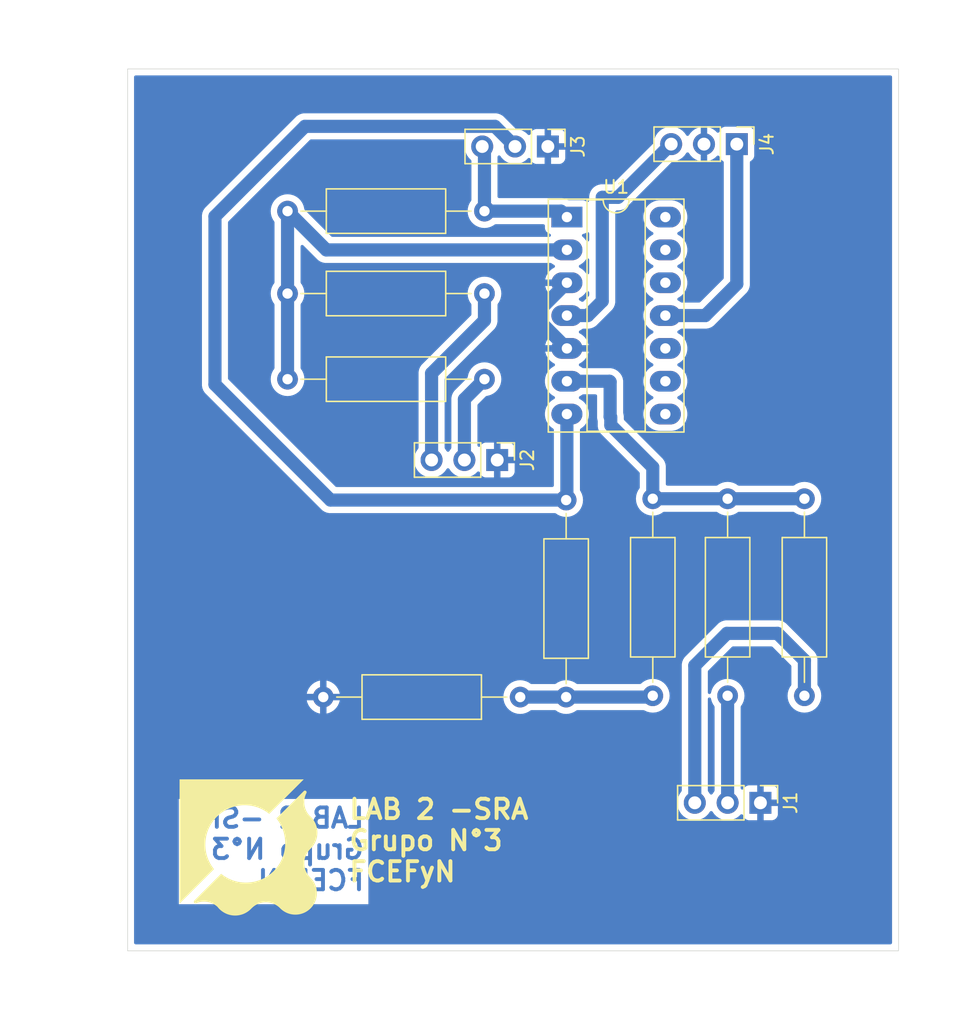
<source format=kicad_pcb>
(kicad_pcb (version 20240108) (generator "pcbnew") (generator_version "8.0")
  (layers (0 "F.Cu" signal) (31 "B.Cu" signal) (34 "B.Paste" user) (35 "F.Paste" user) (36 "B.SilkS" user "B.Silkscreen") (37 "F.SilkS" user "F.Silkscreen") (38 "B.Mask" user) (39 "F.Mask" user) (44 "Edge.Cuts" user))
  (net 0 "")
  (net 1 "GND")
  (net 2 "V1_B")
  (net 3 "V2_B")
  (net 4 "V2_A")
  (net 5 "V1_A")
  (net 6 "Vo_B")
  (net 7 "Vo_A")
  (net 8 "Net-(U1A--)")
  (net 9 "Net-(U1B--)")
  (net 10 "Net-(R6-Pad2)")
  (net 11 "VCC")
  (net 12 "VEE")
  (footprint "Resistor_THT:R_Axial_DIN0309_L9.0mm_D3.2mm_P15.24mm_Horizontal" (layer "F.Cu") (at 202.438 110.49 90)
    (property "Reference" "R5" (hide yes))
    (property "Value" "R" (hide yes))
    (fp_line (start 12.24 -1.72) (end 3 -1.72) (stroke (width 0.12)) (layer "F.SilkS"))
    (fp_line (start 3 -1.72) (end 3 1.72) (stroke (width 0.12)) (layer "F.SilkS"))
    (fp_line (start 14.2 0) (end 12.24 0) (stroke (width 0.12)) (layer "F.SilkS"))
    (fp_line (start 1.04 0) (end 3 0) (stroke (width 0.12)) (layer "F.SilkS"))
    (fp_line (start 12.24 1.72) (end 12.24 -1.72) (stroke (width 0.12)) (layer "F.SilkS"))
    (fp_line (start 3 1.72) (end 12.24 1.72) (stroke (width 0.12)) (layer "F.SilkS"))
    (pad "1" thru_hole circle (at 0 0 90) (size 1.6 1.6) (drill 0.8) (layers "*.Cu" "*.Mask") (net 3 "V2_B"))
    (pad "2" thru_hole oval (at 15.24 0 90) (size 1.6 1.6) (drill 0.8) (layers "*.Cu" "*.Mask") (net 9 "Net-(U1B--)"))
  )
  (footprint "Resistor_THT:R_Axial_DIN0309_L9.0mm_D3.2mm_P15.24mm_Horizontal" (layer "F.Cu") (at 168.38 73)
    (property "Reference" "R3" (hide yes))
    (property "Value" "15K" (hide yes))
    (fp_line (start 1.04 0) (end 3 0) (stroke (width 0.12)) (layer "F.SilkS"))
    (fp_line (start 3 -1.72) (end 3 1.72) (stroke (width 0.12)) (layer "F.SilkS"))
    (fp_line (start 3 1.72) (end 12.24 1.72) (stroke (width 0.12)) (layer "F.SilkS"))
    (fp_line (start 12.24 -1.72) (end 3 -1.72) (stroke (width 0.12)) (layer "F.SilkS"))
    (fp_line (start 12.24 1.72) (end 12.24 -1.72) (stroke (width 0.12)) (layer "F.SilkS"))
    (fp_line (start 14.2 0) (end 12.24 0) (stroke (width 0.12)) (layer "F.SilkS"))
    (pad "1" thru_hole circle (at 0 0) (size 1.6 1.6) (drill 0.8) (layers "*.Cu" "*.Mask") (net 8 "Net-(U1A--)"))
    (pad "2" thru_hole oval (at 15.24 0) (size 1.6 1.6) (drill 0.8) (layers "*.Cu" "*.Mask") (net 7 "Vo_A"))
  )
  (footprint "Resistor_THT:R_Axial_DIN0309_L9.0mm_D3.2mm_P15.24mm_Horizontal" (layer "F.Cu") (at 196.6468 95.25 -90)
    (property "Reference" "R6" (hide yes))
    (property "Value" "R" (hide yes))
    (fp_line (start 3 1.72) (end 12.24 1.72) (stroke (width 0.12)) (layer "F.SilkS"))
    (fp_line (start 12.24 1.72) (end 12.24 -1.72) (stroke (width 0.12)) (layer "F.SilkS"))
    (fp_line (start 1.04 0) (end 3 0) (stroke (width 0.12)) (layer "F.SilkS"))
    (fp_line (start 14.2 0) (end 12.24 0) (stroke (width 0.12)) (layer "F.SilkS"))
    (fp_line (start 3 -1.72) (end 3 1.72) (stroke (width 0.12)) (layer "F.SilkS"))
    (fp_line (start 12.24 -1.72) (end 3 -1.72) (stroke (width 0.12)) (layer "F.SilkS"))
    (pad "1" thru_hole circle (at 0 0 270) (size 1.6 1.6) (drill 0.8) (layers "*.Cu" "*.Mask") (net 9 "Net-(U1B--)"))
    (pad "2" thru_hole oval (at 15.24 0 270) (size 1.6 1.6) (drill 0.8) (layers "*.Cu" "*.Mask") (net 10 "Net-(R6-Pad2)"))
  )
  (footprint "Resistor_THT:R_Axial_DIN0309_L9.0mm_D3.2mm_P15.24mm_Horizontal" (layer "F.Cu") (at 189.9412 110.5916 90)
    (property "Reference" "R8" (hide yes))
    (property "Value" "R" (hide yes))
    (fp_line (start 12.24 -1.72) (end 3 -1.72) (stroke (width 0.12)) (layer "F.SilkS"))
    (fp_line (start 3 -1.72) (end 3 1.72) (stroke (width 0.12)) (layer "F.SilkS"))
    (fp_line (start 14.2 0) (end 12.24 0) (stroke (width 0.12)) (layer "F.SilkS"))
    (fp_line (start 1.04 0) (end 3 0) (stroke (width 0.12)) (layer "F.SilkS"))
    (fp_line (start 12.24 1.72) (end 12.24 -1.72) (stroke (width 0.12)) (layer "F.SilkS"))
    (fp_line (start 3 1.72) (end 12.24 1.72) (stroke (width 0.12)) (layer "F.SilkS"))
    (pad "1" thru_hole circle (at 0 0 90) (size 1.6 1.6) (drill 0.8) (layers "*.Cu" "*.Mask") (net 10 "Net-(R6-Pad2)"))
    (pad "2" thru_hole oval (at 15.24 0 90) (size 1.6 1.6) (drill 0.8) (layers "*.Cu" "*.Mask") (net 6 "Vo_B"))
  )
  (footprint "Resistor_THT:R_Axial_DIN0309_L9.0mm_D3.2mm_P15.24mm_Horizontal" (layer "F.Cu") (at 183.62 79.375 180)
    (property "Reference" "R1" (hide yes))
    (property "Value" "500" (hide yes))
    (fp_line (start 14.2 0) (end 12.24 0) (stroke (width 0.12)) (layer "F.SilkS"))
    (fp_line (start 12.24 1.72) (end 12.24 -1.72) (stroke (width 0.12)) (layer "F.SilkS"))
    (fp_line (start 12.24 -1.72) (end 3 -1.72) (stroke (width 0.12)) (layer "F.SilkS"))
    (fp_line (start 3 1.72) (end 12.24 1.72) (stroke (width 0.12)) (layer "F.SilkS"))
    (fp_line (start 3 -1.72) (end 3 1.72) (stroke (width 0.12)) (layer "F.SilkS"))
    (fp_line (start 1.04 0) (end 3 0) (stroke (width 0.12)) (layer "F.SilkS"))
    (pad "1" thru_hole circle (at 0 0 180) (size 1.6 1.6) (drill 0.8) (layers "*.Cu" "*.Mask") (net 5 "V1_A"))
    (pad "2" thru_hole oval (at 15.24 0 180) (size 1.6 1.6) (drill 0.8) (layers "*.Cu" "*.Mask") (net 8 "Net-(U1A--)"))
  )
  (footprint "Connector_PinHeader_2.54mm:PinHeader_1x03_P2.54mm_Vertical" (layer "F.Cu") (at 204.978 118.7704 -90)
    (property "Reference" "J1" (at 0 -2.33 90) (layer "F.SilkS"))
    (property "Value" "Conn_01x03" (hide yes))
    (fp_line (start -1.33 6.41) (end 1.33 6.41) (stroke (width 0.12)) (layer "F.SilkS"))
    (fp_line (start -1.33 1.27) (end -1.33 6.41) (stroke (width 0.12)) (layer "F.SilkS"))
    (fp_line (start -1.33 1.27) (end 1.33 1.27) (stroke (width 0.12)) (layer "F.SilkS"))
    (fp_line (start 1.33 1.27) (end 1.33 6.41) (stroke (width 0.12)) (layer "F.SilkS"))
    (fp_line (start -1.33 0) (end -1.33 -1.33) (stroke (width 0.12)) (layer "F.SilkS"))
    (fp_line (start -1.33 -1.33) (end 0 -1.33) (stroke (width 0.12)) (layer "F.SilkS"))
    (pad "1" thru_hole rect (at 0 0 270) (size 1.7 1.7) (drill 1) (layers "*.Cu" "*.Mask") (net 1 "GND"))
    (pad "2" thru_hole oval (at 0 2.54 270) (size 1.7 1.7) (drill 1) (layers "*.Cu" "*.Mask") (net 3 "V2_B"))
    (pad "3" thru_hole oval (at 0 5.08 270) (size 1.7 1.7) (drill 1) (layers "*.Cu" "*.Mask") (net 2 "V1_B"))
  )
  (footprint "Connector_PinHeader_2.54mm:PinHeader_1x03_P2.54mm_Vertical" (layer "F.Cu") (at 188.525 68 -90)
    (property "Reference" "J3" (at 0 -2.33 90) (layer "F.SilkS"))
    (property "Value" "Conn_01x03" (hide yes))
    (fp_line (start -1.33 6.41) (end 1.33 6.41) (stroke (width 0.12)) (layer "F.SilkS"))
    (fp_line (start -1.33 1.27) (end -1.33 6.41) (stroke (width 0.12)) (layer "F.SilkS"))
    (fp_line (start -1.33 1.27) (end 1.33 1.27) (stroke (width 0.12)) (layer "F.SilkS"))
    (fp_line (start 1.33 1.27) (end 1.33 6.41) (stroke (width 0.12)) (layer "F.SilkS"))
    (fp_line (start -1.33 0) (end -1.33 -1.33) (stroke (width 0.12)) (layer "F.SilkS"))
    (fp_line (start -1.33 -1.33) (end 0 -1.33) (stroke (width 0.12)) (layer "F.SilkS"))
    (pad "1" thru_hole rect (at 0 0 270) (size 1.7 1.7) (drill 1) (layers "*.Cu" "*.Mask") (net 1 "GND"))
    (pad "2" thru_hole oval (at 0 2.54 270) (size 1.7 1.7) (drill 1) (layers "*.Cu" "*.Mask") (net 6 "Vo_B"))
    (pad "3" thru_hole oval (at 0 5.08 270) (size 1.7 1.7) (drill 1) (layers "*.Cu" "*.Mask") (net 7 "Vo_A"))
  )
  (footprint "Resistor_THT:R_Axial_DIN0309_L9.0mm_D3.2mm_P15.24mm_Horizontal" (layer "F.Cu") (at 208.3816 110.49 90)
    (property "Reference" "R4" (hide yes))
    (property "Value" "R" (hide yes))
    (fp_line (start 12.24 -1.72) (end 3 -1.72) (stroke (width 0.12)) (layer "F.SilkS"))
    (fp_line (start 3 -1.72) (end 3 1.72) (stroke (width 0.12)) (layer "F.SilkS"))
    (fp_line (start 14.2 0) (end 12.24 0) (stroke (width 0.12)) (layer "F.SilkS"))
    (fp_line (start 1.04 0) (end 3 0) (stroke (width 0.12)) (layer "F.SilkS"))
    (fp_line (start 12.24 1.72) (end 12.24 -1.72) (stroke (width 0.12)) (layer "F.SilkS"))
    (fp_line (start 3 1.72) (end 12.24 1.72) (stroke (width 0.12)) (layer "F.SilkS"))
    (pad "1" thru_hole circle (at 0 0 90) (size 1.6 1.6) (drill 0.8) (layers "*.Cu" "*.Mask") (net 2 "V1_B"))
    (pad "2" thru_hole oval (at 15.24 0 90) (size 1.6 1.6) (drill 0.8) (layers "*.Cu" "*.Mask") (net 9 "Net-(U1B--)"))
  )
  (footprint "Package_DIP:DIP-14_W7.62mm_Socket_LongPads" (layer "F.Cu") (at 190 73.46)
    (property "Reference" "U1" (at 3.81 -2.33 0) (layer "F.SilkS"))
    (property "Value" "LM324")
    (fp_line (start -1.44 -1.39) (end -1.44 16.63) (stroke (width 0.12)) (layer "F.SilkS"))
    (fp_line (start -1.44 16.63) (end 9.06 16.63) (stroke (width 0.12)) (layer "F.SilkS"))
    (fp_line (start 1.56 -1.33) (end 1.56 16.57) (stroke (width 0.12)) (layer "F.SilkS"))
    (fp_line (start 1.56 16.57) (end 6.06 16.57) (stroke (width 0.12)) (layer "F.SilkS"))
    (fp_line (start 2.81 -1.33) (end 1.56 -1.33) (stroke (width 0.12)) (layer "F.SilkS"))
    (fp_line (start 6.06 -1.33) (end 4.81 -1.33) (stroke (width 0.12)) (layer "F.SilkS"))
    (fp_line (start 6.06 16.57) (end 6.06 -1.33) (stroke (width 0.12)) (layer "F.SilkS"))
    (fp_line (start 9.06 -1.39) (end -1.44 -1.39) (stroke (width 0.12)) (layer "F.SilkS"))
    (fp_line (start 9.06 16.63) (end 9.06 -1.39) (stroke (width 0.12)) (layer "F.SilkS"))
    (fp_arc (start 4.81 -1.33) (mid 3.81 -0.33) (end 2.81 -1.33) (stroke (width 0.12)) (layer "F.SilkS"))
    (pad "1" thru_hole rect (at 0 0) (size 2.4 1.6) (drill 0.8) (layers "*.Cu" "*.Mask") (net 7 "Vo_A"))
    (pad "2" thru_hole oval (at 0 2.54) (size 2.4 1.6) (drill 0.8) (layers "*.Cu" "*.Mask") (net 8 "Net-(U1A--)"))
    (pad "3" thru_hole oval (at 0 5.08) (size 2.4 1.6) (drill 0.8) (layers "*.Cu" "*.Mask") (net 1 "GND"))
    (pad "4" thru_hole oval (at 0 7.62) (size 2.4 1.6) (drill 0.8) (layers "*.Cu" "*.Mask") (net 11 "VCC"))
    (pad "5" thru_hole oval (at 0 10.16) (size 2.4 1.6) (drill 0.8) (layers "*.Cu" "*.Mask") (net 1 "GND"))
    (pad "6" thru_hole oval (at 0 12.7) (size 2.4 1.6) (drill 0.8) (layers "*.Cu" "*.Mask") (net 9 "Net-(U1B--)"))
    (pad "7" thru_hole oval (at 0 15.24) (size 2.4 1.6) (drill 0.8) (layers "*.Cu" "*.Mask") (net 6 "Vo_B"))
    (pad "8" thru_hole oval (at 7.62 15.24) (size 2.4 1.6) (drill 0.8) (layers "*.Cu" "*.Mask"))
    (pad "9" thru_hole oval (at 7.62 12.7) (size 2.4 1.6) (drill 0.8) (layers "*.Cu" "*.Mask"))
    (pad "10" thru_hole oval (at 7.62 10.16) (size 2.4 1.6) (drill 0.8) (layers "*.Cu" "*.Mask"))
    (pad "11" thru_hole oval (at 7.62 7.62) (size 2.4 1.6) (drill 0.8) (layers "*.Cu" "*.Mask") (net 12 "VEE"))
    (pad "12" thru_hole oval (at 7.62 5.08) (size 2.4 1.6) (drill 0.8) (layers "*.Cu" "*.Mask"))
    (pad "13" thru_hole oval (at 7.62 2.54) (size 2.4 1.6) (drill 0.8) (layers "*.Cu" "*.Mask"))
    (pad "14" thru_hole oval (at 7.62 0) (size 2.4 1.6) (drill 0.8) (layers "*.Cu" "*.Mask"))
  )
  (footprint "Connector_PinHeader_2.54mm:PinHeader_1x03_P2.54mm_Vertical" (layer "F.Cu") (at 203.1492 67.818 -90)
    (property "Reference" "J4" (at 0 -2.33 90) (layer "F.SilkS"))
    (property "Value" "Conn_01x03" (hide yes))
    (fp_line (start -1.33 6.41) (end 1.33 6.41) (stroke (width 0.12)) (layer "F.SilkS"))
    (fp_line (start -1.33 1.27) (end -1.33 6.41) (stroke (width 0.12)) (layer "F.SilkS"))
    (fp_line (start -1.33 1.27) (end 1.33 1.27) (stroke (width 0.12)) (layer "F.SilkS"))
    (fp_line (start 1.33 1.27) (end 1.33 6.41) (stroke (width 0.12)) (layer "F.SilkS"))
    (fp_line (start -1.33 0) (end -1.33 -1.33) (stroke (width 0.12)) (layer "F.SilkS"))
    (fp_line (start -1.33 -1.33) (end 0 -1.33) (stroke (width 0.12)) (layer "F.SilkS"))
    (pad "1" thru_hole rect (at 0 0 270) (size 1.7 1.7) (drill 1) (layers "*.Cu" "*.Mask") (net 12 "VEE"))
    (pad "2" thru_hole oval (at 0 2.54 270) (size 1.7 1.7) (drill 1) (layers "*.Cu" "*.Mask") (net 1 "GND"))
    (pad "3" thru_hole oval (at 0 5.08 270) (size 1.7 1.7) (drill 1) (layers "*.Cu" "*.Mask") (net 11 "VCC"))
  )
  (footprint "Connector_PinHeader_2.54mm:PinHeader_1x03_P2.54mm_Vertical" (layer "F.Cu") (at 184.6072 92.2528 -90)
    (property "Reference" "J2" (at 0 -2.33 90) (layer "F.SilkS"))
    (property "Value" "Conn_01x03" (hide yes))
    (fp_line (start -1.33 6.41) (end 1.33 6.41) (stroke (width 0.12)) (layer "F.SilkS"))
    (fp_line (start -1.33 1.27) (end -1.33 6.41) (stroke (width 0.12)) (layer "F.SilkS"))
    (fp_line (start -1.33 1.27) (end 1.33 1.27) (stroke (width 0.12)) (layer "F.SilkS"))
    (fp_line (start 1.33 1.27) (end 1.33 6.41) (stroke (width 0.12)) (layer "F.SilkS"))
    (fp_line (start -1.33 0) (end -1.33 -1.33) (stroke (width 0.12)) (layer "F.SilkS"))
    (fp_line (start -1.33 -1.33) (end 0 -1.33) (stroke (width 0.12)) (layer "F.SilkS"))
    (pad "1" thru_hole rect (at 0 0 270) (size 1.7 1.7) (drill 1) (layers "*.Cu" "*.Mask") (net 1 "GND"))
    (pad "2" thru_hole oval (at 0 2.54 270) (size 1.7 1.7) (drill 1) (layers "*.Cu" "*.Mask") (net 4 "V2_A"))
    (pad "3" thru_hole oval (at 0 5.08 270) (size 1.7 1.7) (drill 1) (layers "*.Cu" "*.Mask") (net 5 "V1_A"))
  )
  (footprint "Resistor_THT:R_Axial_DIN0309_L9.0mm_D3.2mm_P15.24mm_Horizontal" (layer "F.Cu") (at 186.3852 110.5916 180)
    (property "Reference" "R7" (hide yes))
    (property "Value" "R" (hide yes))
    (fp_line (start 14.2 0) (end 12.24 0) (stroke (width 0.12)) (layer "F.SilkS"))
    (fp_line (start 12.24 1.72) (end 12.24 -1.72) (stroke (width 0.12)) (layer "F.SilkS"))
    (fp_line (start 12.24 -1.72) (end 3 -1.72) (stroke (width 0.12)) (layer "F.SilkS"))
    (fp_line (start 3 1.72) (end 12.24 1.72) (stroke (width 0.12)) (layer "F.SilkS"))
    (fp_line (start 3 -1.72) (end 3 1.72) (stroke (width 0.12)) (layer "F.SilkS"))
    (fp_line (start 1.04 0) (end 3 0) (stroke (width 0.12)) (layer "F.SilkS"))
    (pad "1" thru_hole circle (at 0 0 180) (size 1.6 1.6) (drill 0.8) (layers "*.Cu" "*.Mask") (net 10 "Net-(R6-Pad2)"))
    (pad "2" thru_hole oval (at 15.24 0 180) (size 1.6 1.6) (drill 0.8) (layers "*.Cu" "*.Mask") (net 1 "GND"))
  )
  (footprint "Resistor_THT:R_Axial_DIN0309_L9.0mm_D3.2mm_P15.24mm_Horizontal" (layer "F.Cu") (at 183.62 86 180)
    (property "Reference" "R2" (hide yes))
    (property "Value" "500" (hide yes))
    (fp_line (start 14.2 0) (end 12.24 0) (stroke (width 0.12)) (layer "F.SilkS"))
    (fp_line (start 12.24 1.72) (end 12.24 -1.72) (stroke (width 0.12)) (layer "F.SilkS"))
    (fp_line (start 12.24 -1.72) (end 3 -1.72) (stroke (width 0.12)) (layer "F.SilkS"))
    (fp_line (start 3 1.72) (end 12.24 1.72) (stroke (width 0.12)) (layer "F.SilkS"))
    (fp_line (start 3 -1.72) (end 3 1.72) (stroke (width 0.12)) (layer "F.SilkS"))
    (fp_line (start 1.04 0) (end 3 0) (stroke (width 0.12)) (layer "F.SilkS"))
    (pad "1" thru_hole circle (at 0 0 180) (size 1.6 1.6) (drill 0.8) (layers "*.Cu" "*.Mask") (net 4 "V2_A"))
    (pad "2" thru_hole oval (at 15.24 0 180) (size 1.6 1.6) (drill 0.8) (layers "*.Cu" "*.Mask") (net 8 "Net-(U1A--)"))
  )
  (gr_poly (pts (xy 177.663101 118.070196) (xy 177.669801 118.070696) (xy 177.6763 118.071596) (xy 177.682801 118.072798) (xy 177.689101 118.074297) (xy 177.695401 118.076098) (xy 177.701401 118.078299) (xy 177.707401 118.080698) (xy 177.7132 118.083399) (xy 177.7188 118.086397) (xy 177.724201 118.089697) (xy 177.729501 118.093199) (xy 177.7346 118.096999) (xy 177.7395 118.100996) (xy 177.7442 118.105196) (xy 177.7487 118.109598) (xy 177.748901 118.109598) (xy 177.748901 118.109499) (xy 177.749 118.109499) (xy 177.749 118.109396) (xy 179.864101 120.224699) (xy 179.786401 120.324499) (xy 179.7128 120.427496) (xy 179.6434 120.533697) (xy 179.5784 120.642798) (xy 179.517801 120.754797) (xy 179.461901 120.869597) (xy 179.4106 120.986998) (xy 179.364301 121.106798) (xy 179.322901 121.229098) (xy 179.2866 121.353697) (xy 179.255601 121.480299) (xy 179.229901 121.609) (xy 179.2097 121.7396) (xy 179.195101 121.871996) (xy 179.186301 122.006098) (xy 179.1833 122.141596) (xy 179.1872 122.298197) (xy 179.199001 122.452799) (xy 179.218301 122.605097) (xy 179.2451 122.7549) (xy 179.279101 122.902201) (xy 179.320101 123.046595) (xy 179.368 123.187998) (xy 179.422401 123.326197) (xy 179.483401 123.461001) (xy 179.5506 123.592196) (xy 179.623901 123.719599) (xy 179.703 123.843096) (xy 179.787901 123.962397) (xy 179.8782 124.077395) (xy 179.973901 124.1878) (xy 180.074701 124.293497) (xy 180.180401 124.394297) (xy 180.2908 124.489901) (xy 180.405801 124.580302) (xy 180.525101 124.665095) (xy 180.648501 124.744295) (xy 180.776 124.817499) (xy 180.9072 124.884699) (xy 181.042 124.945696) (xy 181.1802 125.000201) (xy 181.3216 125.047999) (xy 181.4661 125.088999) (xy 181.6133 125.122996) (xy 181.7632 125.149798) (xy 181.9155 125.1691) (xy 182.07 125.180895) (xy 182.2266 125.184801) (xy 182.3622 125.181795) (xy 182.4962 125.172999) (xy 182.6286 125.158396) (xy 182.7592 125.138201) (xy 182.8879 125.112597) (xy 183.0146 125.081499) (xy 183.1391 125.045298) (xy 183.2614 125.003901) (xy 183.3813 124.957499) (xy 183.4987 124.906298) (xy 183.6134 124.850397) (xy 183.7254 124.789797) (xy 183.8346 124.724795) (xy 183.9407 124.655398) (xy 184.0438 124.581797) (xy 184.1435 124.504099) (xy 186.2227 126.583399) (xy 186.2245 126.585795) (xy 186.2244 126.585795) (xy 186.2243 126.585902) (xy 186.2242 126.586001) (xy 186.2241 126.5861) (xy 186.224 126.5861) (xy 186.2239 126.586199) (xy 186.2238 126.586397) (xy 186.2237 126.586497) (xy 186.2236 126.586497) (xy 186.2235 126.586596) (xy 186.2234 126.586695) (xy 186.2233 126.586695) (xy 186.2232 126.586794) (xy 186.2231 126.586901) (xy 186.223 126.586901) (xy 186.2264 126.591097) (xy 186.2295 126.595499) (xy 186.2326 126.600001) (xy 186.2355 126.604601) (xy 186.2382 126.609301) (xy 186.240701 126.6141) (xy 186.243 126.618998) (xy 186.2451 126.623995) (xy 186.247 126.629099) (xy 186.2487 126.634295) (xy 186.2501 126.639597) (xy 186.2514 126.644999) (xy 186.2523 126.6505) (xy 186.253 126.6561) (xy 186.2534 126.661799) (xy 186.2536 126.667498) (xy 186.2534 126.674197) (xy 186.2529 126.680697) (xy 186.2521 126.687197) (xy 186.251 126.693598) (xy 186.2495 126.699801) (xy 186.2478 126.705897) (xy 186.2458 126.711901) (xy 186.2434 126.717799) (xy 186.2409 126.723498) (xy 186.238 126.729098) (xy 186.2349 126.734499) (xy 186.2316 126.739695) (xy 186.228 126.744799) (xy 186.2241 126.749697) (xy 186.2201 126.754298) (xy 186.2158 126.758799) (xy 186.2113 126.763094) (xy 186.2066 126.7671) (xy 186.2018 126.770998) (xy 186.1967 126.774599) (xy 186.1915 126.777895) (xy 186.1861 126.781) (xy 186.1805 126.7839) (xy 186.1748 126.786501) (xy 186.1689 126.788798) (xy 186.1629 126.790797) (xy 186.1568 126.792498) (xy 186.1506 126.794001) (xy 186.1442 126.7951) (xy 186.1377 126.795901) (xy 186.1312 126.796397) (xy 186.1245 126.796595) (xy 186.119 126.796397) (xy 186.1136 126.796099) (xy 186.1083 126.795397) (xy 186.1031 126.794497) (xy 186.0979 126.793398) (xy 186.0928 126.791994) (xy 186.0879 126.7904) (xy 186.083 126.788698) (xy 186.0782 126.7867) (xy 186.0735 126.784495) (xy 186.0689 126.782198) (xy 186.0644 126.779696) (xy 186.0599 126.776995) (xy 186.0556 126.774195) (xy 186.0514 126.771296) (xy 186.0472 126.768198) (xy 186.0471 126.768397) (xy 186.0471 126.768496) (xy 186.047 126.768595) (xy 186.0469 126.768694) (xy 186.0469 126.768801) (xy 186.0468 126.768999) (xy 186.0466 126.769198) (xy 186.0464 126.769396) (xy 186.0463 126.769594) (xy 186.0462 126.769701) (xy 186.0461 126.7698) (xy 186.046 126.769999) (xy 186.0459 126.770098) (xy 186.0459 126.770296) (xy 186.0122 126.757098) (xy 185.9782 126.744601) (xy 185.9439 126.732897) (xy 185.9092 126.721896) (xy 185.8741 126.711794) (xy 185.8388 126.702395) (xy 185.8031 126.693896) (xy 185.7671 126.686098) (xy 185.7308 126.679301) (xy 185.6942 126.673296) (xy 185.6573 126.668101) (xy 185.6201 126.663897) (xy 185.5826 126.660601) (xy 185.5449 126.658198) (xy 185.5069 126.656695) (xy 185.4687 126.656199) (xy 185.3941 126.657999) (xy 185.3204 126.663302) (xy 185.2477 126.671999) (xy 185.1762 126.684) (xy 185.1058 126.699297) (xy 185.0366 126.717699) (xy 184.9688 126.739199) (xy 184.9023 126.763796) (xy 184.8374 126.791201) (xy 184.7739 126.821497) (xy 184.7121 126.854494) (xy 184.652 126.8902) (xy 184.5937 126.9285) (xy 184.5372 126.969302) (xy 184.4826 127.012598) (xy 184.4301 127.0581) (xy 184.3687 127.133601) (xy 184.3034 127.205401) (xy 184.2341 127.273501) (xy 184.1612 127.337694) (xy 184.0847 127.397799) (xy 184.0049 127.453501) (xy 183.9219 127.504801) (xy 183.8359 127.551501) (xy 183.747 127.593294) (xy 183.6554 127.630198) (xy 183.5614 127.661799) (xy 183.465 127.688097) (xy 183.366401 127.708895) (xy 183.2659 127.723894) (xy 183.1635 127.733095) (xy 183.0595 127.736201) (xy 182.9648 127.733599) (xy 182.8715 127.726) (xy 182.7797 127.713496) (xy 182.6895 127.6962) (xy 182.6011 127.674296) (xy 182.5145 127.647997) (xy 182.4299 127.617197) (xy 182.3474 127.582201) (xy 182.2672 127.5432) (xy 182.1893 127.500101) (xy 182.114 127.453295) (xy 182.0413 127.402796) (xy 181.9713 127.348696) (xy 181.9043 127.291201) (xy 181.8402 127.230395) (xy 181.7793 127.166498) (xy 181.7755 127.166498) (xy 181.7216 127.114802) (xy 181.6652 127.065699) (xy 181.6066 127.019396) (xy 181.5456 126.975901) (xy 181.4826 126.935198) (xy 181.4175 126.8976) (xy 181.3505 126.8631) (xy 181.2816 126.831896) (xy 181.211 126.803896) (xy 181.1387 126.779299) (xy 181.0649 126.758295) (xy 180.9897 126.740801) (xy 180.913 126.727099) (xy 180.8352 126.717196) (xy 180.756201 126.7111) (xy 180.676101 126.709101) (xy 180.600301 126.710902) (xy 180.5254 126.716395) (xy 180.4516 126.725397) (xy 180.3789 126.737795) (xy 180.3074 126.753596) (xy 180.237201 126.7726) (xy 180.168401 126.794794) (xy 180.101101 126.820101) (xy 180.0352 126.848399) (xy 179.971 126.879694) (xy 179.9085 126.913699) (xy 179.8477 126.950594) (xy 179.7887 126.99) (xy 179.731701 127.032) (xy 179.6767 127.076601) (xy 179.623801 127.123499) (xy 179.565201 127.184397) (xy 179.5036 127.242297) (xy 179.439201 127.297098) (xy 179.372 127.348696) (xy 179.302201 127.396799) (xy 179.229901 127.441401) (xy 179.1553 127.482401) (xy 179.078301 127.519594) (xy 178.999301 127.552897) (xy 178.9182 127.582201) (xy 178.835301 127.607294) (xy 178.7505 127.628199) (xy 178.6641 127.644594) (xy 178.576201 127.656496) (xy 178.486901 127.663699) (xy 178.3962 127.666201) (xy 178.3095 127.663996) (xy 178.2238 127.657297) (xy 178.1395 127.646494) (xy 178.0566 127.631396) (xy 177.9751 127.612398) (xy 177.895201 127.589297) (xy 177.817001 127.562495) (xy 177.740701 127.531901) (xy 177.6662 127.497698) (xy 177.5938 127.460001) (xy 177.523501 127.418902) (xy 177.455401 127.374598) (xy 177.389701 127.326998) (xy 177.326401 127.2764) (xy 177.265701 127.222895) (xy 177.207701 127.166498) (xy 177.195401 127.152796) (xy 177.142901 127.095499) (xy 177.093001 127.035799) (xy 177.045901 126.973795) (xy 177.001701 126.909495) (xy 176.9604 126.843195) (xy 176.922301 126.774897) (xy 176.887201 126.7046) (xy 176.8555 126.632494) (xy 176.827101 126.558596) (xy 176.802201 126.483095) (xy 176.780801 126.4061) (xy 176.763101 126.327601) (xy 176.749201 126.247698) (xy 176.739101 126.166598) (xy 176.733001 126.084299) (xy 176.730901 126.000895) (xy 176.733001 125.917498) (xy 176.739101 125.8352) (xy 176.749201 125.754099) (xy 176.763101 125.674197) (xy 176.780801 125.595698) (xy 176.802201 125.518694) (xy 176.827101 125.443201) (xy 176.8555 125.369295) (xy 176.887201 125.297198) (xy 176.922301 125.2269) (xy 176.9604 125.158594) (xy 177.001701 125.092196) (xy 177.045901 125.027994) (xy 177.093001 124.965998) (xy 177.142901 124.906199) (xy 177.195401 124.848894) (xy 177.195401 124.842097) (xy 177.253001 124.787402) (xy 177.3077 124.729899) (xy 177.359501 124.669695) (xy 177.408201 124.606898) (xy 177.4537 124.541598) (xy 177.4959 124.474001) (xy 177.534701 124.404101) (xy 177.5699 124.331995) (xy 177.601401 124.257899) (xy 177.629101 124.181895) (xy 177.6528 124.104098) (xy 177.672601 124.024599) (xy 177.688101 123.943499) (xy 177.699401 123.860995) (xy 177.7062 123.777094) (xy 177.708501 123.691996) (xy 177.706301 123.607897) (xy 177.6996 123.525095) (xy 177.688501 123.443499) (xy 177.673301 123.363398) (xy 177.654001 123.2848) (xy 177.6307 123.207896) (xy 177.6036 123.1327) (xy 177.5727 123.059298) (xy 177.538201 122.988001) (xy 177.500301 122.918696) (xy 177.459 122.851595) (xy 177.4144 122.786799) (xy 177.3667 122.724398) (xy 177.316001 122.6645) (xy 177.2623 122.607199) (xy 177.206001 122.552698) (xy 177.148001 122.492598) (xy 177.092901 122.429598) (xy 177.040901 122.3641) (xy 176.992101 122.296) (xy 176.946501 122.2256) (xy 176.9043 122.152899) (xy 176.8656 122.077998) (xy 176.8305 122.000998) (xy 176.799101 121.921999) (xy 176.771501 121.841196) (xy 176.747901 121.7587) (xy 176.728301 121.674498) (xy 176.712801 121.588797) (xy 176.701701 121.5017) (xy 176.694901 121.413298) (xy 176.692601 121.323698) (xy 176.695301 121.225699) (xy 176.703501 121.129099) (xy 176.716801 121.034098) (xy 176.735301 120.940897) (xy 176.758701 120.849497) (xy 176.786901 120.760199) (xy 176.819701 120.672999) (xy 176.857101 120.588099) (xy 176.898701 120.505698) (xy 176.9446 120.425898) (xy 176.994601 120.348898) (xy 177.048401 120.274699) (xy 177.106001 120.203497) (xy 177.1672 120.135496) (xy 177.2318 120.070799) (xy 177.299801 120.009596) (xy 177.3463 119.956797) (xy 177.3905 119.9019) (xy 177.432201 119.845099) (xy 177.4713 119.786299) (xy 177.5078 119.725798) (xy 177.5416 119.663397) (xy 177.572601 119.599398) (xy 177.600601 119.5339) (xy 177.625701 119.466799) (xy 177.647801 119.398299) (xy 177.666601 119.328398) (xy 177.6823 119.257197) (xy 177.6946 119.184897) (xy 177.703501 119.111399) (xy 177.708901 119.036898) (xy 177.7107 118.961397) (xy 177.71 118.914) (xy 177.7079 118.867098) (xy 177.7044 118.820498) (xy 177.6995 118.774298) (xy 177.693301 118.728499) (xy 177.6858 118.683199) (xy 177.677 118.638296) (xy 177.6668 118.593897) (xy 177.655401 118.549998) (xy 177.642801 118.506697) (xy 177.6289 118.463797) (xy 177.6139 118.4215) (xy 177.597601 118.379797) (xy 177.5802 118.338698) (xy 177.5616 118.298197) (xy 177.5419 118.258299) (xy 177.5418 118.258196) (xy 177.5418 118.258097) (xy 177.541701 118.257899) (xy 177.541701 118.257696) (xy 177.5416 118.257498) (xy 177.5416 118.257098) (xy 177.5415 118.256697) (xy 177.5415 118.256197) (xy 177.541401 118.255797) (xy 177.541401 118.255598) (xy 177.541301 118.255396) (xy 177.541301 118.255198) (xy 177.5412 118.254999) (xy 177.5397 118.251799) (xy 177.538201 118.248499) (xy 177.536801 118.2452) (xy 177.5355 118.2419) (xy 177.534301 118.238497) (xy 177.5331 118.235098) (xy 177.532 118.231699) (xy 177.531101 118.228197) (xy 177.530201 118.224699) (xy 177.529401 118.221197) (xy 177.528801 118.217596) (xy 177.5282 118.213999) (xy 177.5278 118.210299) (xy 177.5275 118.206599) (xy 177.527301 118.202898) (xy 177.5272 118.199099) (xy 177.5274 118.192499) (xy 177.5279 118.185896) (xy 177.528701 118.1794) (xy 177.529801 118.173098) (xy 177.5313 118.1668) (xy 177.533001 118.160696) (xy 177.535001 118.1547) (xy 177.5373 118.148798) (xy 177.539901 118.143099) (xy 177.542801 118.137499) (xy 177.545901 118.132098) (xy 177.5492 118.126898) (xy 177.5528 118.121798) (xy 177.5567 118.1169) (xy 177.560701 118.112299) (xy 177.565 118.107798) (xy 177.569501 118.103499) (xy 177.5742 118.099398) (xy 177.5791 118.095599) (xy 177.584101 118.091997) (xy 177.589401 118.088698) (xy 177.594801 118.085596) (xy 177.600301 118.082697) (xy 177.6061 118.080099) (xy 177.611901 118.077799) (xy 177.617901 118.075796) (xy 177.624 118.074099) (xy 177.6303 118.0726) (xy 177.6366 118.071497) (xy 177.643101 118.070696) (xy 177.6497 118.070196) (xy 177.6563 118.069998)) (stroke (width -0.000001)) (fill solid) (layer "B.Cu") (net 1))
  (gr_poly (pts (xy 187.2634 126.709101) (xy 184.5992 124.044794) (xy 184.6758 123.945498) (xy 184.7483 123.842997) (xy 184.8166 123.737398) (xy 184.8807 123.628901) (xy 184.9404 123.517596) (xy 184.9955 123.403597) (xy 185.046 123.287096) (xy 185.0916 123.168001) (xy 185.1324 123.046702) (xy 185.1682 122.923098) (xy 185.1988 122.797495) (xy 185.2241 122.669794) (xy 185.244 122.540297) (xy 185.2583 122.408999) (xy 185.267 122.276099) (xy 185.27 122.141699) (xy 185.266 121.985098) (xy 185.2543 121.830496) (xy 185.2349 121.678198) (xy 185.2081 121.5283) (xy 185.1742 121.381098) (xy 185.1331 121.236597) (xy 185.0853 121.095198) (xy 185.0308 120.956999) (xy 184.9699 120.822199) (xy 184.9026 120.690996) (xy 184.8294 120.563498) (xy 184.7502 120.440096) (xy 184.6653 120.320696) (xy 184.575 120.205798) (xy 184.4793 120.095297) (xy 184.3786 119.9896) (xy 184.2729 119.888899) (xy 184.1624 119.7932) (xy 184.0475 119.702898) (xy 183.9281 119.617998) (xy 183.8047 119.538897) (xy 183.6772 119.465597) (xy 183.546 119.398398) (xy 183.4112 119.337397) (xy 183.273001 119.282896) (xy 183.1316 119.235098) (xy 182.9871 119.194098) (xy 182.8399 119.160097) (xy 182.69 119.133299) (xy 182.5377 119.113997) (xy 182.3832 119.102198) (xy 182.2266 119.098299) (xy 182.0921 119.101199) (xy 181.9592 119.1099) (xy 181.828 119.124296) (xy 181.6984 119.144198) (xy 181.5708 119.169497) (xy 181.4451 119.199999) (xy 181.3215 119.235796) (xy 181.2002 119.276598) (xy 181.0811 119.322199) (xy 180.9646 119.372698) (xy 180.8506 119.427798) (xy 180.739301 119.487498) (xy 180.630801 119.5516) (xy 180.525201 119.619898) (xy 180.422601 119.692499) (xy 180.323301 119.768999) (xy 177.6528 117.098498) (xy 187.2634 117.098498)) (stroke (width -0.000001)) (fill solid) (layer "B.Cu") (net 1))
  (gr_poly (pts (xy 160.0244 126.567003) (xy 162.6886 123.902696) (xy 162.612 123.8034) (xy 162.5395 123.700899) (xy 162.4712 123.5953) (xy 162.4071 123.486803) (xy 162.3474 123.375498) (xy 162.2923 123.261499) (xy 162.2418 123.144998) (xy 162.1962 123.025903) (xy 162.1554 122.904604) (xy 162.1196 122.781) (xy 162.089 122.655397) (xy 162.0637 122.527696) (xy 162.0438 122.398199) (xy 162.0295 122.266901) (xy 162.0208 122.134001) (xy 162.0178 121.999601) (xy 162.0218 121.843) (xy 162.0335 121.688398) (xy 162.0529 121.5361) (xy 162.0797 121.386202) (xy 162.1136 121.239) (xy 162.1547 121.094499) (xy 162.2025 120.9531) (xy 162.257 120.814901) (xy 162.3179 120.680101) (xy 162.3852 120.548898) (xy 162.4584 120.4214) (xy 162.5376 120.297998) (xy 162.6225 120.178598) (xy 162.7128 120.0637) (xy 162.8085 119.953199) (xy 162.9092 119.847502) (xy 163.0149 119.746801) (xy 163.1254 119.651102) (xy 163.2403 119.5608) (xy 163.3597 119.4759) (xy 163.4831 119.396799) (xy 163.6106 119.323499) (xy 163.7418 119.2563) (xy 163.8766 119.195299) (xy 164.014799 119.140798) (xy 164.1562 119.093) (xy 164.3007 119.052) (xy 164.4479 119.017999) (xy 164.5978 118.991201) (xy 164.7501 118.971899) (xy 164.9046 118.9601) (xy 165.0612 118.956201) (xy 165.1957 118.959101) (xy 165.3286 118.967802) (xy 165.4598 118.982198) (xy 165.5894 119.0021) (xy 165.717 119.027399) (xy 165.8427 119.057901) (xy 165.9663 119.093698) (xy 166.0876 119.1345) (xy 166.2067 119.180101) (xy 166.3232 119.2306) (xy 166.4372 119.2857) (xy 166.548499 119.3454) (xy 166.656999 119.409502) (xy 166.762599 119.4778) (xy 166.865199 119.550401) (xy 166.964499 119.626901) (xy 169.635 116.9564) (xy 160.0244 116.9564)) (stroke (width -0.000001)) (fill solid) (layer "F.SilkS"))
  (gr_poly (pts (xy 169.720099 117.826302) (xy 169.713399 117.826802) (xy 169.7069 117.827702) (xy 169.700399 117.828904) (xy 169.694099 117.830403) (xy 169.687799 117.832204) (xy 169.681799 117.834405) (xy 169.675799 117.836804) (xy 169.67 117.839505) (xy 169.6644 117.842503) (xy 169.658999 117.845803) (xy 169.653699 117.849305) (xy 169.6486 117.853105) (xy 169.6437 117.857102) (xy 169.639 117.861302) (xy 169.6345 117.865704) (xy 169.634299 117.865704) (xy 169.634299 117.865605) (xy 169.6342 117.865605) (xy 169.6342 117.865502) (xy 167.519099 119.980805) (xy 167.596799 120.080605) (xy 167.6704 120.183602) (xy 167.7398 120.289803) (xy 167.8048 120.398904) (xy 167.865399 120.510903) (xy 167.921299 120.625703) (xy 167.9726 120.743104) (xy 168.018899 120.862904) (xy 168.060299 120.985204) (xy 168.0966 121.109803) (xy 168.127599 121.236405) (xy 168.153299 121.365106) (xy 168.1735 121.495706) (xy 168.188099 121.628102) (xy 168.196899 121.762204) (xy 168.1999 121.897702) (xy 168.196 122.054303) (xy 168.184199 122.208905) (xy 168.164899 122.361203) (xy 168.1381 122.511006) (xy 168.104099 122.658307) (xy 168.063099 122.802701) (xy 168.0152 122.944104) (xy 167.960799 123.082303) (xy 167.899799 123.217107) (xy 167.8326 123.348302) (xy 167.759299 123.475705) (xy 167.6802 123.599202) (xy 167.595299 123.718503) (xy 167.505 123.833501) (xy 167.409299 123.943906) (xy 167.308499 124.049603) (xy 167.202799 124.150403) (xy 167.0924 124.246007) (xy 166.977399 124.336408) (xy 166.858099 124.421201) (xy 166.734699 124.500401) (xy 166.6072 124.573605) (xy 166.476 124.640805) (xy 166.3412 124.701802) (xy 166.203 124.756307) (xy 166.0616 124.804105) (xy 165.9171 124.845105) (xy 165.7699 124.879102) (xy 165.62 124.905904) (xy 165.4677 124.925206) (xy 165.3132 124.937001) (xy 165.1566 124.940907) (xy 165.021 124.937901) (xy 164.887 124.929105) (xy 164.7546 124.914502) (xy 164.624 124.894307) (xy 164.4953 124.868703) (xy 164.3686 124.837605) (xy 164.2441 124.801404) (xy 164.1218 124.760007) (xy 164.0019 124.713605) (xy 163.8845 124.662404) (xy 163.7698 124.606503) (xy 163.6578 124.545903) (xy 163.5486 124.480901) (xy 163.4425 124.411504) (xy 163.3394 124.337903) (xy 163.2397 124.260205) (xy 161.1605 126.339505) (xy 161.1587 126.341901) (xy 161.1588 126.341901) (xy 161.1589 126.342008) (xy 161.159 126.342107) (xy 161.1591 126.342206) (xy 161.1592 126.342206) (xy 161.1593 126.342305) (xy 161.1594 126.342503) (xy 161.1595 126.342603) (xy 161.1596 126.342603) (xy 161.1597 126.342702) (xy 161.1598 126.342801) (xy 161.1599 126.342801) (xy 161.16 126.3429) (xy 161.1601 126.343007) (xy 161.1602 126.343007) (xy 161.1568 126.347203) (xy 161.1537 126.351605) (xy 161.1506 126.356107) (xy 161.1477 126.360707) (xy 161.145 126.365407) (xy 161.142499 126.370206) (xy 161.1402 126.375104) (xy 161.1381 126.380101) (xy 161.1362 126.385205) (xy 161.1345 126.390401) (xy 161.1331 126.395703) (xy 161.1318 126.401105) (xy 161.1309 126.406606) (xy 161.1302 126.412206) (xy 161.1298 126.417905) (xy 161.1296 126.423604) (xy 161.1298 126.430303) (xy 161.1303 126.436803) (xy 161.1311 126.443303) (xy 161.1322 126.449704) (xy 161.1337 126.455907) (xy 161.1354 126.462003) (xy 161.1374 126.468007) (xy 161.1398 126.473905) (xy 161.1423 126.479604) (xy 161.1452 126.485204) (xy 161.1483 126.490605) (xy 161.1516 126.495801) (xy 161.1552 126.500905) (xy 161.1591 126.505803) (xy 161.1631 126.510404) (xy 161.1674 126.514905) (xy 161.1719 126.5192) (xy 161.1766 126.523206) (xy 161.1814 126.527104) (xy 161.1865 126.530705) (xy 161.1917 126.534001) (xy 161.1971 126.537106) (xy 161.2027 126.540006) (xy 161.2084 126.542607) (xy 161.2143 126.544904) (xy 161.2203 126.546903) (xy 161.2264 126.548604) (xy 161.2326 126.550107) (xy 161.239 126.551206) (xy 161.2455 126.552007) (xy 161.252 126.552503) (xy 161.2587 126.552701) (xy 161.2642 126.552503) (xy 161.2696 126.552205) (xy 161.2749 126.551503) (xy 161.2801 126.550603) (xy 161.2853 126.549504) (xy 161.2904 126.5481) (xy 161.2953 126.546506) (xy 161.3002 126.544804) (xy 161.305 126.542806) (xy 161.3097 126.540601) (xy 161.3143 126.538304) (xy 161.3188 126.535802) (xy 161.3233 126.533101) (xy 161.3276 126.530301) (xy 161.3318 126.527402) (xy 161.336 126.524304) (xy 161.3361 126.524503) (xy 161.3361 126.524602) (xy 161.3362 126.524701) (xy 161.3363 126.5248) (xy 161.3363 126.524907) (xy 161.3364 126.525105) (xy 161.3366 126.525304) (xy 161.3368 126.525502) (xy 161.3369 126.5257) (xy 161.337 126.525807) (xy 161.3371 126.525906) (xy 161.3372 126.526105) (xy 161.3373 126.526204) (xy 161.3373 126.526402) (xy 161.371 126.513204) (xy 161.405 126.500707) (xy 161.4393 126.489003) (xy 161.474 126.478002) (xy 161.5091 126.4679) (xy 161.5444 126.458501) (xy 161.5801 126.450002) (xy 161.6161 126.442204) (xy 161.6524 126.435407) (xy 161.689 126.429402) (xy 161.7259 126.424207) (xy 161.7631 126.420003) (xy 161.8006 126.416707) (xy 161.8383 126.414304) (xy 161.8763 126.412801) (xy 161.9145 126.412305) (xy 161.9891 126.414105) (xy 162.0628 126.419408) (xy 162.1355 126.428105) (xy 162.207 126.440106) (xy 162.2774 126.455403) (xy 162.3466 126.473805) (xy 162.4144 126.495305) (xy 162.4809 126.519902) (xy 162.5458 126.547307) (xy 162.6093 126.577603) (xy 162.6711 126.6106) (xy 162.7312 126.646306) (xy 162.7895 126.684606) (xy 162.846 126.725408) (xy 162.9006 126.768704) (xy 162.9531 126.814206) (xy 163.0145 126.889707) (xy 163.0798 126.961507) (xy 163.1491 127.029607) (xy 163.222 127.0938) (xy 163.2985 127.153905) (xy 163.3783 127.209607) (xy 163.4613 127.260907) (xy 163.5473 127.307607) (xy 163.6362 127.3494) (xy 163.7278 127.386304) (xy 163.8218 127.417905) (xy 163.9182 127.444203) (xy 164.016799 127.465001) (xy 164.1173 127.48) (xy 164.2197 127.489201) (xy 164.3237 127.492307) (xy 164.4184 127.489705) (xy 164.5117 127.482106) (xy 164.6035 127.469602) (xy 164.6937 127.452306) (xy 164.7821 127.430402) (xy 164.8687 127.404103) (xy 164.9533 127.373303) (xy 165.0358 127.338307) (xy 165.116 127.299306) (xy 165.1939 127.256207) (xy 165.2692 127.209401) (xy 165.3419 127.158902) (xy 165.4119 127.104802) (xy 165.4789 127.047307) (xy 165.543 126.986501) (xy 165.6039 126.922604) (xy 165.6077 126.922604) (xy 165.6616 126.870908) (xy 165.718 126.821805) (xy 165.7766 126.775502) (xy 165.8376 126.732007) (xy 165.9006 126.691304) (xy 165.9657 126.653706) (xy 166.0327 126.619206) (xy 166.1016 126.588002) (xy 166.1722 126.560002) (xy 166.2445 126.535405) (xy 166.3183 126.514401) (xy 166.3935 126.496907) (xy 166.4702 126.483205) (xy 166.548 126.473302) (xy 166.626999 126.467206) (xy 166.707099 126.465207) (xy 166.782899 126.467008) (xy 166.8578 126.472501) (xy 166.9316 126.481503) (xy 167.0043 126.493901) (xy 167.0758 126.509702) (xy 167.145999 126.528706) (xy 167.214799 126.5509) (xy 167.282099 126.576207) (xy 167.348 126.604505) (xy 167.4122 126.6358) (xy 167.4747 126.669805) (xy 167.5355 126.7067) (xy 167.5945 126.746106) (xy 167.651499 126.788106) (xy 167.7065 126.832707) (xy 167.759399 126.879605) (xy 167.817999 126.940503) (xy 167.8796 126.998403) (xy 167.943999 127.053204) (xy 168.0112 127.104802) (xy 168.080999 127.152905) (xy 168.153299 127.197507) (xy 168.2279 127.238507) (xy 168.304899 127.2757) (xy 168.383899 127.309003) (xy 168.465 127.338307) (xy 168.547899 127.3634) (xy 168.6327 127.384305) (xy 168.7191 127.4007) (xy 168.806999 127.412602) (xy 168.896299 127.419805) (xy 168.987 127.422307) (xy 169.0737 127.420102) (xy 169.1594 127.413403) (xy 169.2437 127.4026) (xy 169.3266 127.387502) (xy 169.4081 127.368504) (xy 169.487999 127.345403) (xy 169.566199 127.318601) (xy 169.642499 127.288007) (xy 169.717 127.253804) (xy 169.7894 127.216107) (xy 169.859699 127.175008) (xy 169.927799 127.130704) (xy 169.993499 127.083104) (xy 170.056799 127.032506) (xy 170.117499 126.979001) (xy 170.175499 126.922604) (xy 170.187799 126.908902) (xy 170.240299 126.851605) (xy 170.290199 126.791905) (xy 170.337299 126.729901) (xy 170.381499 126.665601) (xy 170.4228 126.599301) (xy 170.460899 126.531003) (xy 170.495999 126.460706) (xy 170.5277 126.3886) (xy 170.556099 126.314702) (xy 170.580999 126.239201) (xy 170.602399 126.162206) (xy 170.620099 126.083707) (xy 170.633999 126.003804) (xy 170.644099 125.922704) (xy 170.650199 125.840405) (xy 170.652299 125.757001) (xy 170.650199 125.673604) (xy 170.644099 125.591306) (xy 170.633999 125.510205) (xy 170.620099 125.430303) (xy 170.602399 125.351804) (xy 170.580999 125.2748) (xy 170.556099 125.199307) (xy 170.5277 125.125401) (xy 170.495999 125.053304) (xy 170.460899 124.983006) (xy 170.4228 124.9147) (xy 170.381499 124.848302) (xy 170.337299 124.7841) (xy 170.290199 124.722104) (xy 170.240299 124.662305) (xy 170.187799 124.605) (xy 170.187799 124.598203) (xy 170.130199 124.543508) (xy 170.0755 124.486005) (xy 170.023699 124.425801) (xy 169.974999 124.363004) (xy 169.9295 124.297704) (xy 169.8873 124.230107) (xy 169.848499 124.160207) (xy 169.8133 124.088101) (xy 169.781799 124.014005) (xy 169.754099 123.938001) (xy 169.7304 123.860204) (xy 169.710599 123.780705) (xy 169.695099 123.699605) (xy 169.683799 123.617101) (xy 169.677 123.5332) (xy 169.674699 123.448102) (xy 169.676899 123.364003) (xy 169.6836 123.281201) (xy 169.694699 123.199605) (xy 169.709899 123.119504) (xy 169.729199 123.040906) (xy 169.7525 122.964002) (xy 169.7796 122.888806) (xy 169.8105 122.815404) (xy 169.844999 122.744107) (xy 169.882899 122.674802) (xy 169.9242 122.607701) (xy 169.9688 122.542905) (xy 170.0165 122.480504) (xy 170.067199 122.420606) (xy 170.1209 122.363305) (xy 170.177199 122.308804) (xy 170.235199 122.248704) (xy 170.290299 122.185704) (xy 170.342299 122.120206) (xy 170.391099 122.052106) (xy 170.436699 121.981706) (xy 170.4789 121.909005) (xy 170.5176 121.834104) (xy 170.5527 121.757104) (xy 170.584099 121.678105) (xy 170.611699 121.597302) (xy 170.635299 121.514806) (xy 170.654899 121.430604) (xy 170.670399 121.344903) (xy 170.681499 121.257806) (xy 170.688299 121.169404) (xy 170.690599 121.079804) (xy 170.687899 120.981805) (xy 170.679699 120.885205) (xy 170.666399 120.790204) (xy 170.647899 120.697003) (xy 170.624499 120.605603) (xy 170.596299 120.516305) (xy 170.563499 120.429105) (xy 170.526099 120.344205) (xy 170.484499 120.261804) (xy 170.4386 120.182004) (xy 170.388599 120.105004) (xy 170.334799 120.030805) (xy 170.277199 119.959603) (xy 170.216 119.891602) (xy 170.1514 119.826905) (xy 170.083399 119.765702) (xy 170.0369 119.712903) (xy 169.9927 119.658006) (xy 169.950999 119.601205) (xy 169.9119 119.542405) (xy 169.8754 119.481904) (xy 169.8416 119.419503) (xy 169.810599 119.355504) (xy 169.782599 119.290006) (xy 169.757499 119.222905) (xy 169.735399 119.154405) (xy 169.716599 119.084504) (xy 169.7009 119.013303) (xy 169.6886 118.941003) (xy 169.679699 118.867505) (xy 169.674299 118.793004) (xy 169.6725 118.717503) (xy 169.6732 118.670106) (xy 169.6753 118.623204) (xy 169.6788 118.576604) (xy 169.6837 118.530404) (xy 169.689899 118.484605) (xy 169.6974 118.439305) (xy 169.7062 118.394402) (xy 169.7164 118.350003) (xy 169.727799 118.306104) (xy 169.740399 118.262803) (xy 169.7543 118.219903) (xy 169.7693 118.177606) (xy 169.785599 118.135903) (xy 169.803 118.094804) (xy 169.8216 118.054303) (xy 169.8413 118.014405) (xy 169.8414 118.014302) (xy 169.8414 118.014203) (xy 169.841499 118.014005) (xy 169.841499 118.013802) (xy 169.8416 118.013604) (xy 169.8416 118.013204) (xy 169.8417 118.012803) (xy 169.8417 118.012303) (xy 169.841799 118.011903) (xy 169.841799 118.011704) (xy 169.841899 118.011502) (xy 169.841899 118.011304) (xy 169.842 118.011105) (xy 169.8435 118.007905) (xy 169.844999 118.004605) (xy 169.846399 118.001306) (xy 169.8477 117.998006) (xy 169.848899 117.994603) (xy 169.8501 117.991204) (xy 169.8512 117.987805) (xy 169.852099 117.984303) (xy 169.852999 117.980805) (xy 169.853799 117.977303) (xy 169.854399 117.973702) (xy 169.855 117.970105) (xy 169.8554 117.966405) (xy 169.8557 117.962705) (xy 169.855899 117.959004) (xy 169.856 117.955205) (xy 169.8558 117.948605) (xy 169.8553 117.942002) (xy 169.854499 117.935506) (xy 169.853399 117.929204) (xy 169.8519 117.922906) (xy 169.850199 117.916802) (xy 169.848199 117.910806) (xy 169.8459 117.904904) (xy 169.843299 117.899205) (xy 169.840399 117.893605) (xy 169.837299 117.888204) (xy 169.834 117.883004) (xy 169.8304 117.877904) (xy 169.8265 117.873006) (xy 169.822499 117.868405) (xy 169.8182 117.863904) (xy 169.813699 117.859605) (xy 169.809 117.855504) (xy 169.8041 117.851705) (xy 169.799099 117.848103) (xy 169.793799 117.844804) (xy 169.788399 117.841702) (xy 169.782899 117.838803) (xy 169.7771 117.836205) (xy 169.771299 117.833905) (xy 169.765299 117.831902) (xy 169.7592 117.830205) (xy 169.7529 117.828706) (xy 169.7466 117.827603) (xy 169.740099 117.826802) (xy 169.7335 117.826302) (xy 169.7269 117.826104)) (stroke (width -0.000001)) (fill solid) (layer "F.SilkS"))
  (gr_rect (start 156 62) (end 215.6648 130.222) (stroke (width 0.05)) (fill none) (layer "Edge.Cuts"))
  (gr_text "LAB 2 -SRA\nGrupo N°3\nFCEFyN" (at 174.4618 125.658298 0) (layer "B.Cu") (effects (font (size 1.5 1.5) (thickness 0.3) (bold yes)) (justify left bottom mirror)))
  (gr_text "LAB 2 -SRA\nGrupo N°3\nFCEFyN" (at 173.0038 124.9828 0) (layer "F.SilkS") (effects (font (size 1.5 1.5) (thickness 0.3) (bold yes)) (justify left bottom)))
  (segment (start 188.092 81.712) (end 190 83.62) (width 1.016) (layer "B.Cu") (net 1))
  (segment (start 190 78.54) (end 188.092 80.448) (width 1.016) (layer "B.Cu") (net 1))
  (segment (start 188.092 80.448) (end 188.092 81.712) (width 1.016) (layer "B.Cu") (net 1))
  (segment (start 199.898 118.7704) (end 199.898 108.1532) (width 1.016) (layer "B.Cu") (net 2))
  (segment (start 206.2988 105.664) (end 208.3816 107.7468) (width 1.016) (layer "B.Cu") (net 2))
  (segment (start 208.3816 107.7468) (end 208.3816 110.49) (width 1.016) (layer "B.Cu") (net 2))
  (segment (start 199.898 108.1532) (end 202.3872 105.664) (width 1.016) (layer "B.Cu") (net 2))
  (segment (start 202.3872 105.664) (end 206.2988 105.664) (width 1.016) (layer "B.Cu") (net 2))
  (segment (start 202.438 118.7704) (end 202.438 110.49) (width 1.016) (layer "B.Cu") (net 3))
  (segment (start 182.0672 87.5528) (end 183.62 86) (width 1.016) (layer "B.Cu") (net 4))
  (segment (start 182.0672 92.2528) (end 182.0672 87.5528) (width 1.016) (layer "B.Cu") (net 4))
  (segment (start 179.5272 85.5472) (end 183.62 81.4544) (width 1.016) (layer "B.Cu") (net 5))
  (segment (start 183.62 81.4544) (end 183.62 79.375) (width 1.016) (layer "B.Cu") (net 5))
  (segment (start 179.5272 92.2528) (end 179.5272 85.5472) (width 1.016) (layer "B.Cu") (net 5))
  (segment (start 190 88.7) (end 190 95.2928) (width 1.016) (layer "B.Cu") (net 6))
  (segment (start 169.7272 66.442) (end 162.7632 73.406) (width 1.016) (layer "B.Cu") (net 6))
  (segment (start 162.7632 86.4108) (end 171.704 95.3516) (width 1.016) (layer "B.Cu") (net 6))
  (segment (start 190 95.2928) (end 189.9412 95.3516) (width 1.016) (layer "B.Cu") (net 6))
  (segment (start 185.985 68) (end 184.427 66.442) (width 1.016) (layer "B.Cu") (net 6))
  (segment (start 171.704 95.3516) (end 189.9412 95.3516) (width 1.016) (layer "B.Cu") (net 6))
  (segment (start 184.427 66.442) (end 169.7272 66.442) (width 1.016) (layer "B.Cu") (net 6))
  (segment (start 162.7632 73.406) (end 162.7632 86.4108) (width 1.016) (layer "B.Cu") (net 6))
  (segment (start 183.62 73) (end 189.54 73) (width 1.016) (layer "B.Cu") (net 7))
  (segment (start 183.62 73) (end 183.62 68.175) (width 1.016) (layer "B.Cu") (net 7))
  (segment (start 183.62 68.175) (end 183.445 68) (width 1.016) (layer "B.Cu") (net 7))
  (segment (start 189.54 73) (end 190 73.46) (width 1.016) (layer "B.Cu") (net 7))
  (segment (start 168.38 79.375) (end 168.38 86) (width 1.016) (layer "B.Cu") (net 8))
  (segment (start 168.38 73) (end 168.38 79.375) (width 1.016) (layer "B.Cu") (net 8))
  (segment (start 190 76) (end 171.38 76) (width 1.016) (layer "B.Cu") (net 8))
  (segment (start 171.38 76) (end 168.38 73) (width 1.016) (layer "B.Cu") (net 8))
  (segment (start 193.2972 86.16) (end 190 86.16) (width 1.016) (layer "B.Cu") (net 9))
  (segment (start 193.3956 89.5604) (end 193.3956 88.9508) (width 1.016) (layer "B.Cu") (net 9))
  (segment (start 196.6468 92.8116) (end 193.3956 89.5604) (width 1.016) (layer "B.Cu") (net 9))
  (segment (start 193.3956 88.9508) (end 193.3448 88.9) (width 1.016) (layer "B.Cu") (net 9))
  (segment (start 196.6468 95.25) (end 196.6468 92.8116) (width 1.016) (layer "B.Cu") (net 9))
  (segment (start 193.3448 86.2076) (end 193.2972 86.16) (width 1.016) (layer "B.Cu") (net 9))
  (segment (start 202.438 95.25) (end 196.6468 95.25) (width 1.016) (layer "B.Cu") (net 9))
  (segment (start 193.3448 88.9) (end 193.3448 86.2076) (width 1.016) (layer "B.Cu") (net 9))
  (segment (start 202.438 95.25) (end 208.3816 95.25) (width 1.016) (layer "B.Cu") (net 9))
  (segment (start 189.9412 110.5916) (end 196.5452 110.5916) (width 1.016) (layer "B.Cu") (net 10))
  (segment (start 189.9412 110.5916) (end 186.3852 110.5916) (width 1.016) (layer "B.Cu") (net 10))
  (segment (start 196.5452 110.5916) (end 196.6468 110.49) (width 1.016) (layer "B.Cu") (net 10))
  (segment (start 192.7352 79.9592) (end 192.7352 71.9328) (width 1.016) (layer "B.Cu") (net 11))
  (segment (start 190 81.08) (end 191.6144 81.08) (width 1.016) (layer "B.Cu") (net 11))
  (segment (start 192.7352 71.9328) (end 193.9544 71.9328) (width 1.016) (layer "B.Cu") (net 11))
  (segment (start 191.6144 81.08) (end 192.7352 79.9592) (width 1.016) (layer "B.Cu") (net 11))
  (segment (start 193.9544 71.9328) (end 198.0692 67.818) (width 1.016) (layer "B.Cu") (net 11))
  (segment (start 203.1492 67.818) (end 203.1492 78.6384) (width 1.016) (layer "B.Cu") (net 12))
  (segment (start 200.7076 81.08) (end 197.62 81.08) (width 1.016) (layer "B.Cu") (net 12))
  (segment (start 203.1492 78.6384) (end 200.7076 81.08) (width 1.016) (layer "B.Cu") (net 12))
  (zone (net 1) (net_name "GND") (layer "B.Cu") (connect_pads (clearance 0.5)) (min_thickness 0.25) (fill yes (thermal_gap 0.5) (thermal_bridge_width 0.5) (island_removal_mode 1) (island_area_min 10))
    (polygon (pts (xy 146.1262 56.6674) (xy 221.9706 56.769) (xy 220.472 135.8646) (xy 147.5994 134.3914)))
  )
)
</source>
